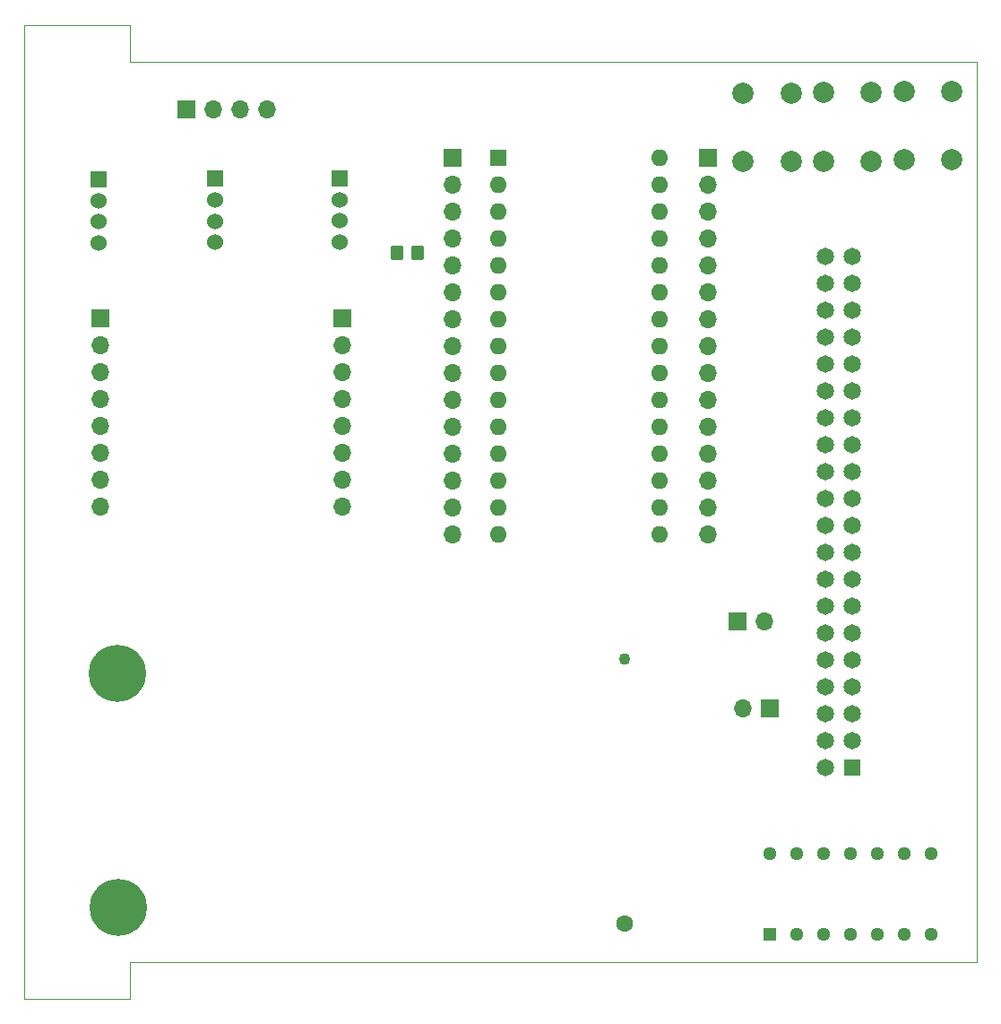
<source format=gbr>
%TF.GenerationSoftware,KiCad,Pcbnew,8.0.2-1*%
%TF.CreationDate,2024-08-02T11:08:52+02:00*%
%TF.ProjectId,Com_Nucleo-L432kc,436f6d5f-4e75-4636-9c65-6f2d4c343332,rev?*%
%TF.SameCoordinates,Original*%
%TF.FileFunction,Soldermask,Bot*%
%TF.FilePolarity,Negative*%
%FSLAX46Y46*%
G04 Gerber Fmt 4.6, Leading zero omitted, Abs format (unit mm)*
G04 Created by KiCad (PCBNEW 8.0.2-1) date 2024-08-02 11:08:52*
%MOMM*%
%LPD*%
G01*
G04 APERTURE LIST*
G04 Aperture macros list*
%AMRoundRect*
0 Rectangle with rounded corners*
0 $1 Rounding radius*
0 $2 $3 $4 $5 $6 $7 $8 $9 X,Y pos of 4 corners*
0 Add a 4 corners polygon primitive as box body*
4,1,4,$2,$3,$4,$5,$6,$7,$8,$9,$2,$3,0*
0 Add four circle primitives for the rounded corners*
1,1,$1+$1,$2,$3*
1,1,$1+$1,$4,$5*
1,1,$1+$1,$6,$7*
1,1,$1+$1,$8,$9*
0 Add four rect primitives between the rounded corners*
20,1,$1+$1,$2,$3,$4,$5,0*
20,1,$1+$1,$4,$5,$6,$7,0*
20,1,$1+$1,$6,$7,$8,$9,0*
20,1,$1+$1,$8,$9,$2,$3,0*%
G04 Aperture macros list end*
%ADD10C,5.400000*%
%ADD11C,1.600000*%
%ADD12C,1.100000*%
%ADD13C,2.000000*%
%ADD14R,1.700000X1.700000*%
%ADD15O,1.700000X1.700000*%
%ADD16R,1.524000X1.524000*%
%ADD17C,1.524000*%
%ADD18R,1.295400X1.295400*%
%ADD19C,1.295400*%
%ADD20R,1.600000X1.600000*%
%ADD21O,1.600000X1.600000*%
%ADD22R,1.650000X1.650000*%
%ADD23C,1.650000*%
%ADD24RoundRect,0.250000X-0.350000X-0.450000X0.350000X-0.450000X0.350000X0.450000X-0.350000X0.450000X0*%
%TA.AperFunction,Profile*%
%ADD25C,0.100000*%
%TD*%
G04 APERTURE END LIST*
D10*
%TO.C,REF\u002A\u002A*%
X72610000Y-126370000D03*
%TD*%
%TO.C,REF\u002A\u002A*%
X72570000Y-104290000D03*
%TD*%
D11*
%TO.C,IC1*%
X120434748Y-127945000D03*
D12*
X120434748Y-102945000D03*
%TD*%
D13*
%TO.C,SW102*%
X139280000Y-55970000D03*
X139280000Y-49470000D03*
X143780000Y-55970000D03*
X143780000Y-49470000D03*
%TD*%
D14*
%TO.C,JP5*%
X131150000Y-99360000D03*
D15*
X133690000Y-99360000D03*
%TD*%
D16*
%TO.C,J3*%
X93530000Y-57570000D03*
D17*
X93530000Y-59570000D03*
X93530000Y-61570000D03*
X93530000Y-63570000D03*
%TD*%
D14*
%TO.C,J5*%
X93771248Y-70739000D03*
D15*
X93771248Y-73279000D03*
X93771248Y-75819000D03*
X93771248Y-78359000D03*
X93771248Y-80899000D03*
X93771248Y-83439000D03*
X93771248Y-85979000D03*
X93771248Y-88519000D03*
%TD*%
D14*
%TO.C,J6*%
X128313249Y-55637948D03*
D15*
X128313249Y-58177948D03*
X128313249Y-60717948D03*
X128313249Y-63257948D03*
X128313249Y-65797948D03*
X128313249Y-68337948D03*
X128313249Y-70877948D03*
X128313249Y-73417948D03*
X128313249Y-75957948D03*
X128313249Y-78497948D03*
X128313249Y-81037948D03*
X128313249Y-83577948D03*
X128313249Y-86117948D03*
X128313249Y-88657948D03*
X128313249Y-91197948D03*
%TD*%
D14*
%TO.C,J7*%
X104183248Y-55626000D03*
D15*
X104183248Y-58166000D03*
X104183248Y-60706000D03*
X104183248Y-63246000D03*
X104183248Y-65786000D03*
X104183248Y-68326000D03*
X104183248Y-70866000D03*
X104183248Y-73406000D03*
X104183248Y-75946000D03*
X104183248Y-78486000D03*
X104183248Y-81026000D03*
X104183248Y-83566000D03*
X104183248Y-86106000D03*
X104183248Y-88646000D03*
X104183248Y-91186000D03*
%TD*%
D14*
%TO.C,JP4*%
X134170000Y-107570000D03*
D15*
X131630000Y-107570000D03*
%TD*%
D16*
%TO.C,J8*%
X70730000Y-57640000D03*
D17*
X70730000Y-59640000D03*
X70730000Y-61640000D03*
X70730000Y-63640000D03*
%TD*%
D18*
%TO.C,U1*%
X134157248Y-128905000D03*
D19*
X136697248Y-128905000D03*
X139237248Y-128905000D03*
X141777248Y-128905000D03*
X144317248Y-128905000D03*
X146857248Y-128905000D03*
X149397248Y-128905000D03*
X149397248Y-121285000D03*
X146857248Y-121285000D03*
X144317248Y-121285000D03*
X141777248Y-121285000D03*
X139237248Y-121285000D03*
X136697248Y-121285000D03*
X134157248Y-121285000D03*
%TD*%
D20*
%TO.C,L432KC1*%
X108503248Y-55626000D03*
D21*
X108503248Y-58166000D03*
X108503248Y-60706000D03*
X108503248Y-63246000D03*
X108503248Y-65786000D03*
X108503248Y-68326000D03*
X108503248Y-70866000D03*
X108503248Y-73406000D03*
X108503248Y-75946000D03*
X108503248Y-78486000D03*
X108503248Y-81026000D03*
X108503248Y-83566000D03*
X108503248Y-86106000D03*
X108503248Y-88646000D03*
X108503248Y-91186000D03*
X123743248Y-91186000D03*
X123743248Y-88646000D03*
X123743248Y-86106000D03*
X123743248Y-83566000D03*
X123743248Y-81026000D03*
X123743248Y-78486000D03*
X123743248Y-75946000D03*
X123743248Y-73406000D03*
X123743248Y-70866000D03*
X123743248Y-68326000D03*
X123743248Y-65786000D03*
X123743248Y-63246000D03*
X123743248Y-60706000D03*
X123743248Y-58166000D03*
X123743248Y-55626000D03*
%TD*%
D16*
%TO.C,J9*%
X81730000Y-57600000D03*
D17*
X81730000Y-59600000D03*
X81730000Y-61600000D03*
X81730000Y-63600000D03*
%TD*%
D13*
%TO.C,SW103*%
X151360000Y-49320000D03*
X151360000Y-55820000D03*
X146860000Y-49320000D03*
X146860000Y-55820000D03*
%TD*%
%TO.C,SW101*%
X131670000Y-55990000D03*
X131670000Y-49490000D03*
X136170000Y-55990000D03*
X136170000Y-49490000D03*
%TD*%
D14*
%TO.C,J4*%
X70911248Y-70739000D03*
D15*
X70911248Y-73279000D03*
X70911248Y-75819000D03*
X70911248Y-78359000D03*
X70911248Y-80899000D03*
X70911248Y-83439000D03*
X70911248Y-85979000D03*
X70911248Y-88519000D03*
%TD*%
D14*
%TO.C,J2*%
X79030000Y-51010000D03*
D15*
X81570000Y-51010000D03*
X84110000Y-51010000D03*
X86650000Y-51010000D03*
%TD*%
D22*
%TO.C,J1*%
X141997282Y-113187349D03*
D23*
X139457282Y-113187349D03*
X141997282Y-110647349D03*
X139457282Y-110647349D03*
X141997282Y-108107349D03*
X139457282Y-108107349D03*
X141997282Y-105567349D03*
X139457282Y-105567349D03*
X141997282Y-103027349D03*
X139457282Y-103027349D03*
X141997282Y-100487349D03*
X139457282Y-100487349D03*
X141997282Y-97947349D03*
X139457282Y-97947349D03*
X141997282Y-95407349D03*
X139457282Y-95407349D03*
X141997282Y-92867349D03*
X139457282Y-92867349D03*
X141997282Y-90327349D03*
X139457282Y-90327349D03*
X141997282Y-87787349D03*
X139457282Y-87787349D03*
X141997282Y-85247349D03*
X139457282Y-85247349D03*
X141997282Y-82707349D03*
X139457282Y-82707349D03*
X141997282Y-80167349D03*
X139457282Y-80167349D03*
X141997282Y-77627349D03*
X139457282Y-77627349D03*
X141997282Y-75087349D03*
X139457282Y-75087349D03*
X141997282Y-72547349D03*
X139457282Y-72547349D03*
X141997282Y-70007349D03*
X139457282Y-70007349D03*
X141997282Y-67467349D03*
X139457282Y-67467349D03*
X141997282Y-64927349D03*
X139457282Y-64927349D03*
%TD*%
D24*
%TO.C,R7*%
X98943448Y-64617600D03*
X100943448Y-64617600D03*
%TD*%
D25*
X73750000Y-43050000D02*
X73750000Y-46550000D01*
X63750000Y-43050000D02*
X73750000Y-43050000D01*
X73750000Y-131550000D02*
X153750000Y-131550000D01*
X73750000Y-46550000D02*
X153750000Y-46550000D01*
X63750000Y-135050000D02*
X73750000Y-135050000D01*
X153750000Y-131550000D02*
X153750000Y-46550000D01*
X63750000Y-135050000D02*
X63750000Y-43050000D01*
X73750000Y-131550000D02*
X73750000Y-135050000D01*
M02*

</source>
